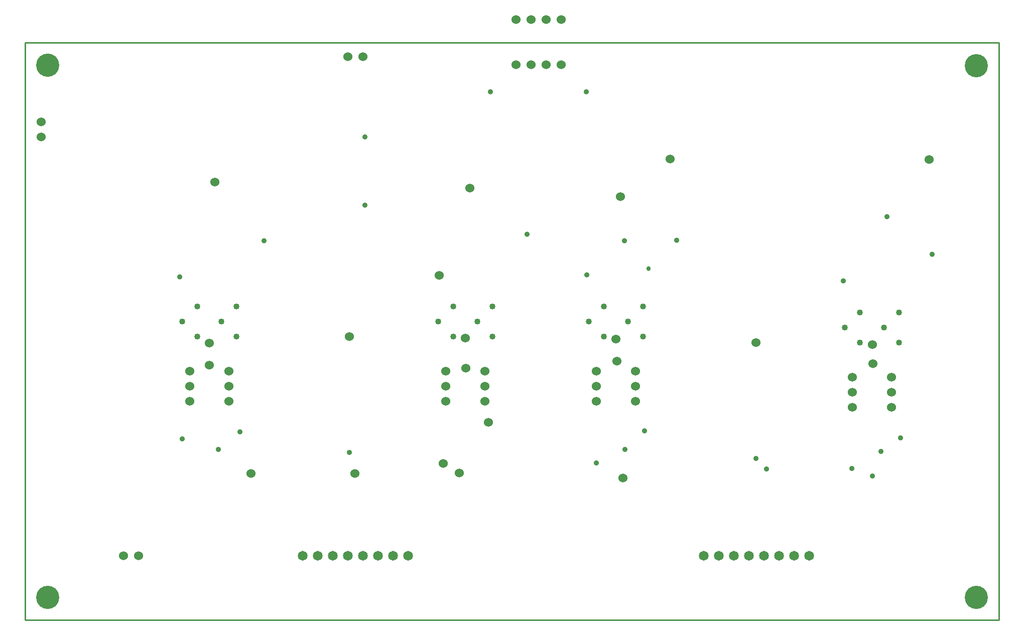
<source format=gbr>
G04 start of page 6 for group 4 idx 6 *
G04 Title: (unknown), signal3 *
G04 Creator: pcb 20110918 *
G04 CreationDate: Mon May 14 21:02:36 2012 UTC *
G04 For: mldelibero *
G04 Format: Gerber/RS-274X *
G04 PCB-Dimensions: 2000000 2000000 *
G04 PCB-Coordinate-Origin: lower left *
%MOIN*%
%FSLAX25Y25*%
%LNGROUP4*%
%ADD70C,0.0450*%
%ADD69C,0.0230*%
%ADD68C,0.1500*%
%ADD67C,0.0350*%
%ADD66C,0.0200*%
%ADD65C,0.1540*%
%ADD64C,0.0360*%
%ADD63C,0.0650*%
%ADD62C,0.0400*%
%ADD61C,0.0600*%
%ADD60C,0.0250*%
%ADD59C,0.0100*%
G54D59*X74100Y1553000D02*X720700D01*
Y1936800D01*
X74100D02*X720700D01*
X74100D02*Y1553000D01*
G54D60*X488159Y1786592D02*X488100Y1786651D01*
G54D61*X209500Y1698300D03*
X183500D03*
Y1708300D03*
X209500D03*
Y1718300D03*
X183500D03*
G54D62*X188500Y1741300D03*
Y1761300D03*
X178500Y1751300D03*
X214500Y1741300D03*
X204500Y1751300D03*
X214500Y1761300D03*
G54D61*X400000Y1922000D03*
X410000D03*
X420000D03*
X430000D03*
Y1952000D03*
X420000D03*
X410000D03*
X400000D03*
X288300Y1927500D03*
X298300D03*
X84700Y1884200D03*
Y1874200D03*
X379500Y1698300D03*
X353500D03*
X453500D03*
X379500Y1708300D03*
X353500D03*
X453500D03*
X379500Y1718300D03*
X353500D03*
X453500D03*
G54D62*X384500Y1741300D03*
Y1761300D03*
X374500Y1751300D03*
X358500Y1741300D03*
Y1761300D03*
X348500Y1751300D03*
X448500D03*
G54D61*X479500Y1698300D03*
Y1708300D03*
Y1718300D03*
G54D62*X484500Y1741300D03*
Y1761300D03*
X474500Y1751300D03*
X458500Y1741300D03*
Y1761300D03*
X628400Y1737500D03*
X654400D03*
X628400Y1757500D03*
X654400D03*
X618400Y1747500D03*
X644400D03*
G54D61*X623400Y1694500D03*
Y1704500D03*
Y1714500D03*
X649400Y1694500D03*
Y1704500D03*
Y1714500D03*
X149500Y1595700D03*
X139500D03*
G54D63*X258500D03*
X268500D03*
X278500D03*
X288500D03*
X298500D03*
X308500D03*
X318500D03*
X328500D03*
X524800D03*
X534800D03*
X544800D03*
X554800D03*
X564800D03*
X574800D03*
X584800D03*
X594800D03*
G54D64*X216700Y1678000D03*
G54D61*X381600Y1684400D03*
G54D64*X289500Y1664300D03*
X485300Y1678700D03*
X472300Y1666400D03*
X559400Y1660500D03*
G54D61*X369400Y1840000D03*
X366500Y1740500D03*
X366700Y1720300D03*
X349100Y1782200D03*
X351900Y1657100D03*
X362300Y1650700D03*
X289500Y1741300D03*
X293100Y1650600D03*
G54D64*X299600Y1828800D03*
Y1874000D03*
X383200Y1904200D03*
X178300Y1673300D03*
G54D61*X196500Y1722600D03*
Y1737100D03*
G54D64*X202500Y1666500D03*
G54D61*X224000Y1650600D03*
G54D64*X176700Y1781200D03*
X232700Y1805200D03*
G54D61*X200200Y1844200D03*
G54D65*X89100Y1921800D03*
Y1568100D03*
G54D64*X407400Y1809500D03*
X472200Y1805200D03*
X506900Y1805400D03*
G54D61*X559400Y1737500D03*
G54D64*X676500Y1796000D03*
X617300Y1778400D03*
G54D61*X636900Y1736000D03*
X637000Y1723600D03*
X467000Y1725100D03*
X466400Y1739800D03*
G54D64*X453500Y1657500D03*
G54D61*X471100Y1647300D03*
G54D64*X623200Y1653900D03*
X642400Y1665100D03*
X655500Y1674200D03*
X636800Y1648800D03*
X566300Y1653400D03*
X447200Y1782300D03*
G54D61*X502500Y1859400D03*
X469300Y1834500D03*
G54D64*X446600Y1904000D03*
G54D61*X674300Y1859000D03*
G54D65*X705600Y1921400D03*
G54D64*X646300Y1821000D03*
G54D65*X705600Y1568100D03*
G54D66*G54D67*G54D66*G54D67*G54D66*G54D67*G54D66*G54D67*G54D66*G54D67*G54D68*G54D66*G54D67*G54D66*G54D67*G54D66*G54D67*G54D66*G54D67*G54D66*G54D67*G54D68*G54D66*G54D68*G54D62*G54D69*G54D62*G54D69*G54D62*G54D69*G54D62*G54D70*M02*

</source>
